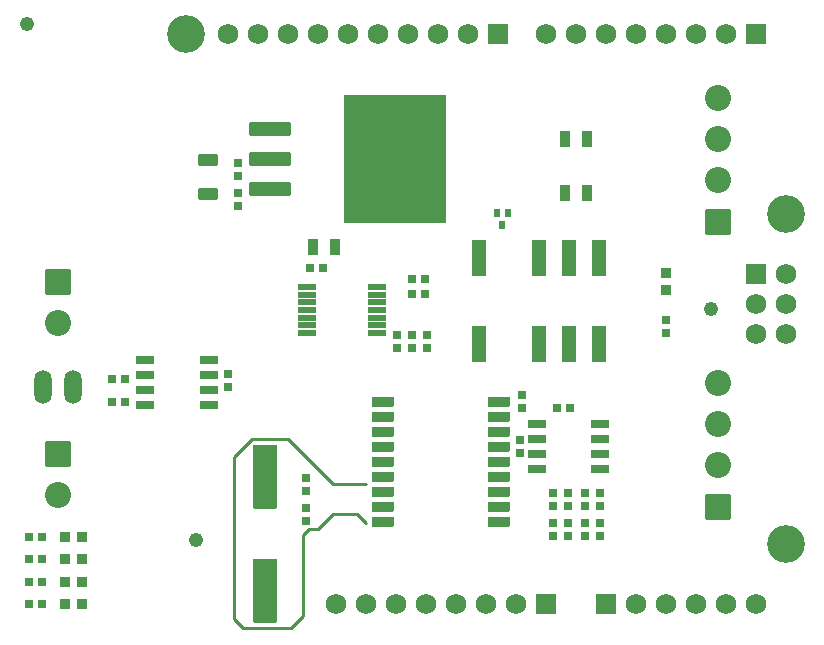
<source format=gbr>
%TF.GenerationSoftware,KiCad,Pcbnew,7.0.7*%
%TF.CreationDate,2023-10-02T21:51:04-04:00*%
%TF.ProjectId,sensor_interface_1.1.0,73656e73-6f72-45f6-996e-746572666163,rev?*%
%TF.SameCoordinates,Original*%
%TF.FileFunction,Soldermask,Top*%
%TF.FilePolarity,Negative*%
%FSLAX46Y46*%
G04 Gerber Fmt 4.6, Leading zero omitted, Abs format (unit mm)*
G04 Created by KiCad (PCBNEW 7.0.7) date 2023-10-02 21:51:04*
%MOMM*%
%LPD*%
G01*
G04 APERTURE LIST*
G04 Aperture macros list*
%AMRoundRect*
0 Rectangle with rounded corners*
0 $1 Rounding radius*
0 $2 $3 $4 $5 $6 $7 $8 $9 X,Y pos of 4 corners*
0 Add a 4 corners polygon primitive as box body*
4,1,4,$2,$3,$4,$5,$6,$7,$8,$9,$2,$3,0*
0 Add four circle primitives for the rounded corners*
1,1,$1+$1,$2,$3*
1,1,$1+$1,$4,$5*
1,1,$1+$1,$6,$7*
1,1,$1+$1,$8,$9*
0 Add four rect primitives between the rounded corners*
20,1,$1+$1,$2,$3,$4,$5,0*
20,1,$1+$1,$4,$5,$6,$7,0*
20,1,$1+$1,$6,$7,$8,$9,0*
20,1,$1+$1,$8,$9,$2,$3,0*%
G04 Aperture macros list end*
%ADD10C,0.254000*%
%ADD11C,3.200400*%
%ADD12RoundRect,0.050800X-0.825500X-0.825500X0.825500X-0.825500X0.825500X0.825500X-0.825500X0.825500X0*%
%ADD13C,1.752600*%
%ADD14RoundRect,0.050800X0.965200X-2.667000X0.965200X2.667000X-0.965200X2.667000X-0.965200X-2.667000X0*%
%ADD15RoundRect,0.050800X0.300000X-0.250000X0.300000X0.250000X-0.300000X0.250000X-0.300000X-0.250000X0*%
%ADD16RoundRect,0.050800X-0.800000X0.450000X-0.800000X-0.450000X0.800000X-0.450000X0.800000X0.450000X0*%
%ADD17RoundRect,0.050800X-0.700000X-0.300000X0.700000X-0.300000X0.700000X0.300000X-0.700000X0.300000X0*%
%ADD18RoundRect,0.050800X0.400000X0.400000X-0.400000X0.400000X-0.400000X-0.400000X0.400000X-0.400000X0*%
%ADD19RoundRect,0.050800X-0.725000X-0.225000X0.725000X-0.225000X0.725000X0.225000X-0.725000X0.225000X0*%
%ADD20RoundRect,0.050800X-0.550000X-1.500000X0.550000X-1.500000X0.550000X1.500000X-0.550000X1.500000X0*%
%ADD21RoundRect,0.622300X0.000000X0.000000X0.000000X0.000000X0.000000X0.000000X0.000000X0.000000X0*%
%ADD22RoundRect,0.050800X-0.250000X-0.300000X0.250000X-0.300000X0.250000X0.300000X-0.250000X0.300000X0*%
%ADD23RoundRect,0.050800X-0.300000X0.250000X-0.300000X-0.250000X0.300000X-0.250000X0.300000X0.250000X0*%
%ADD24RoundRect,0.050800X-0.889000X-0.381000X0.889000X-0.381000X0.889000X0.381000X-0.889000X0.381000X0*%
%ADD25RoundRect,0.050800X-1.050000X1.050000X-1.050000X-1.050000X1.050000X-1.050000X1.050000X1.050000X0*%
%ADD26C,2.201600*%
%ADD27RoundRect,0.050800X-0.400000X0.400000X-0.400000X-0.400000X0.400000X-0.400000X0.400000X0.400000X0*%
%ADD28RoundRect,0.050800X1.050000X-1.050000X1.050000X1.050000X-1.050000X1.050000X-1.050000X-1.050000X0*%
%ADD29RoundRect,0.050800X0.350000X0.650000X-0.350000X0.650000X-0.350000X-0.650000X0.350000X-0.650000X0*%
%ADD30RoundRect,0.108300X0.172500X0.267500X-0.172500X0.267500X-0.172500X-0.267500X0.172500X-0.267500X0*%
%ADD31RoundRect,0.050800X-0.350000X-0.650000X0.350000X-0.650000X0.350000X0.650000X-0.350000X0.650000X0*%
%ADD32RoundRect,0.050800X-1.700000X0.500000X-1.700000X-0.500000X1.700000X-0.500000X1.700000X0.500000X0*%
%ADD33RoundRect,0.050800X-4.300000X5.350000X-4.300000X-5.350000X4.300000X-5.350000X4.300000X5.350000X0*%
%ADD34RoundRect,0.050800X0.250000X0.300000X-0.250000X0.300000X-0.250000X-0.300000X0.250000X-0.300000X0*%
%ADD35O,1.473200X2.844800*%
%ADD36RoundRect,0.050800X0.700000X0.300000X-0.700000X0.300000X-0.700000X-0.300000X0.700000X-0.300000X0*%
G04 APERTURE END LIST*
D10*
X139426750Y-130079950D02*
X138410750Y-131095950D01*
X138156750Y-115093950D02*
X141966750Y-118903950D01*
X134346750Y-131095950D02*
X133584750Y-130333950D01*
X133584750Y-130333950D02*
X133584750Y-116617950D01*
X141966750Y-118903950D02*
X144760750Y-118903950D01*
X138410750Y-131095950D02*
X134346750Y-131095950D01*
X140696750Y-122713950D02*
X139934750Y-122713950D01*
X139934750Y-122713950D02*
X139426750Y-123221950D01*
X135108750Y-115093950D02*
X138156750Y-115093950D01*
X143998750Y-121443950D02*
X141966750Y-121443950D01*
X139426750Y-123221950D02*
X139426750Y-130079950D01*
X144760750Y-122205950D02*
X143998750Y-121443950D01*
X141966750Y-121443950D02*
X140696750Y-122713950D01*
X133584750Y-116617950D02*
X135108750Y-115093950D01*
D11*
%TO.C,JP1*%
X129520750Y-80803950D03*
D12*
X155936750Y-80803950D03*
D13*
X153396750Y-80803950D03*
X150856750Y-80803950D03*
X148316750Y-80803950D03*
X145776750Y-80803950D03*
X143236750Y-80803950D03*
X140696750Y-80803950D03*
X138156750Y-80803950D03*
X135616750Y-80803950D03*
X133076750Y-80803950D03*
%TD*%
D14*
%TO.C,X1*%
X136251750Y-127920950D03*
X136251750Y-118268950D03*
%TD*%
D15*
%TO.C,R12*%
X148697750Y-106288950D03*
X148697750Y-107388950D03*
%TD*%
D16*
%TO.C,C3*%
X131425750Y-94318950D03*
X131425750Y-91418950D03*
%TD*%
D17*
%TO.C,U6*%
X159205750Y-113823950D03*
X159205750Y-115093950D03*
X159205750Y-116363950D03*
X159205750Y-117633950D03*
X164605750Y-117633950D03*
X164605750Y-116363950D03*
X164605750Y-115093950D03*
X164605750Y-113823950D03*
%TD*%
D11*
%TO.C,JP3*%
X180320750Y-96043950D03*
X180320750Y-123983950D03*
D12*
X177780750Y-101123950D03*
D13*
X177780750Y-103663950D03*
X177780750Y-106203950D03*
X180320750Y-106203950D03*
X180320750Y-103663950D03*
X180320750Y-101123950D03*
%TD*%
D18*
%TO.C,D5*%
X119245750Y-129063950D03*
X120745750Y-129063950D03*
%TD*%
D15*
%TO.C,R1*%
X170160750Y-105018950D03*
X170160750Y-106118950D03*
%TD*%
D19*
%TO.C,U5*%
X139778750Y-102221950D03*
X139778750Y-102871950D03*
X139778750Y-103521950D03*
X139778750Y-104171950D03*
X139778750Y-104821950D03*
X139778750Y-105471950D03*
X139778750Y-106121950D03*
X145678750Y-106121950D03*
X145678750Y-105471950D03*
X145678750Y-104821950D03*
X145678750Y-104171950D03*
X145678750Y-103521950D03*
X145678750Y-102871950D03*
X145678750Y-102221950D03*
%TD*%
D20*
%TO.C,RELAY1*%
X154312750Y-107054950D03*
X159392750Y-107054950D03*
X161932750Y-107054950D03*
X164472750Y-107054950D03*
X164472750Y-99764950D03*
X161932750Y-99764950D03*
X159392750Y-99764950D03*
X154312750Y-99764950D03*
%TD*%
D15*
%TO.C,R16*%
X161905750Y-119623950D03*
X161905750Y-120723950D03*
%TD*%
D21*
%TO.C,TP2*%
X173970750Y-104044950D03*
%TD*%
D12*
%TO.C,JP4*%
X165080750Y-129063950D03*
D13*
X167620750Y-129063950D03*
X170160750Y-129063950D03*
X172700750Y-129063950D03*
X175240750Y-129063950D03*
X177780750Y-129063950D03*
%TD*%
D22*
%TO.C,R3*%
X149755750Y-101504950D03*
X148655750Y-101504950D03*
%TD*%
D15*
%TO.C,R22*%
X164572750Y-122163950D03*
X164572750Y-123263950D03*
%TD*%
D22*
%TO.C,C8*%
X162074750Y-112426950D03*
X160974750Y-112426950D03*
%TD*%
D23*
%TO.C,C1*%
X133965750Y-92783950D03*
X133965750Y-91683950D03*
%TD*%
%TO.C,R11*%
X149967750Y-107388950D03*
X149967750Y-106288950D03*
%TD*%
D24*
%TO.C,U2*%
X146195850Y-111918950D03*
X146195850Y-113188950D03*
X146195850Y-114458950D03*
X146195850Y-115728950D03*
X146195850Y-116998950D03*
X146195850Y-118268950D03*
X146195850Y-119538950D03*
X146195850Y-120808950D03*
X146195850Y-122078950D03*
X156025650Y-122078950D03*
X156025650Y-120808950D03*
X156025650Y-119538950D03*
X156025650Y-118268950D03*
X156025650Y-116998950D03*
X156025650Y-115728950D03*
X156025650Y-114458950D03*
X156025650Y-113188950D03*
X156025650Y-111918950D03*
%TD*%
D22*
%TO.C,R14*%
X124355750Y-111918950D03*
X123255750Y-111918950D03*
%TD*%
D15*
%TO.C,R21*%
X163302750Y-122163950D03*
X163302750Y-123263950D03*
%TD*%
D25*
%TO.C,CON2*%
X118725750Y-116363950D03*
D26*
X118725750Y-119863950D03*
%TD*%
D22*
%TO.C,R7*%
X117370750Y-129063950D03*
X116270750Y-129063950D03*
%TD*%
%TO.C,R10*%
X149755750Y-102774950D03*
X148655750Y-102774950D03*
%TD*%
D27*
%TO.C,D1*%
X170160750Y-102508950D03*
X170160750Y-101008950D03*
%TD*%
D18*
%TO.C,D3*%
X119245750Y-125253950D03*
X120745750Y-125253950D03*
%TD*%
D28*
%TO.C,CON3*%
X174605750Y-120808950D03*
D26*
X174605750Y-117308950D03*
X174605750Y-113808950D03*
X174605750Y-110308950D03*
%TD*%
D18*
%TO.C,D2*%
X119245750Y-123348950D03*
X120745750Y-123348950D03*
%TD*%
D29*
%TO.C,C5*%
X140254750Y-98837950D03*
X142154750Y-98837950D03*
%TD*%
D15*
%TO.C,R8*%
X133965750Y-94223950D03*
X133965750Y-95323950D03*
%TD*%
%TO.C,C6*%
X133076750Y-109590950D03*
X133076750Y-110690950D03*
%TD*%
D23*
%TO.C,C7*%
X139680750Y-119453950D03*
X139680750Y-118353950D03*
%TD*%
D15*
%TO.C,R2*%
X157968750Y-111368950D03*
X157968750Y-112468950D03*
%TD*%
%TO.C,C4*%
X139680750Y-120893950D03*
X139680750Y-121993950D03*
%TD*%
D22*
%TO.C,R5*%
X117370750Y-125253950D03*
X116270750Y-125253950D03*
%TD*%
D15*
%TO.C,R23*%
X157841750Y-115178950D03*
X157841750Y-116278950D03*
%TD*%
D22*
%TO.C,R13*%
X124355750Y-110013950D03*
X123255750Y-110013950D03*
%TD*%
D13*
%TO.C,JP5*%
X142220750Y-129063950D03*
X144760750Y-129063950D03*
X147300750Y-129063950D03*
X149840750Y-129063950D03*
X152380750Y-129063950D03*
X154920750Y-129063950D03*
X157460750Y-129063950D03*
D12*
X160000750Y-129063950D03*
%TD*%
D15*
%TO.C,R9*%
X147427750Y-106288950D03*
X147427750Y-107388950D03*
%TD*%
%TO.C,R20*%
X164572750Y-119623950D03*
X164572750Y-120723950D03*
%TD*%
D12*
%TO.C,JP2*%
X177780750Y-80803950D03*
D13*
X175240750Y-80803950D03*
X172700750Y-80803950D03*
X170160750Y-80803950D03*
X167620750Y-80803950D03*
X165080750Y-80803950D03*
X162540750Y-80803950D03*
X160000750Y-80803950D03*
%TD*%
D15*
%TO.C,R18*%
X161905750Y-122163950D03*
X161905750Y-123263950D03*
%TD*%
D18*
%TO.C,D4*%
X119245750Y-127158950D03*
X120745750Y-127158950D03*
%TD*%
D30*
%TO.C,Q1*%
X156817750Y-95916950D03*
X155817750Y-95916950D03*
X156317750Y-96966950D03*
%TD*%
D22*
%TO.C,R6*%
X117370750Y-127158950D03*
X116270750Y-127158950D03*
%TD*%
D31*
%TO.C,C9*%
X163490750Y-94265950D03*
X161590750Y-94265950D03*
%TD*%
D28*
%TO.C,CON4*%
X174605750Y-96678950D03*
D26*
X174605750Y-93178950D03*
X174605750Y-89678950D03*
X174605750Y-86178950D03*
%TD*%
D21*
%TO.C,TP3*%
X116058750Y-79914950D03*
%TD*%
D15*
%TO.C,R19*%
X163302750Y-119623950D03*
X163302750Y-120723950D03*
%TD*%
D25*
%TO.C,CON1*%
X118725750Y-101758950D03*
D26*
X118725750Y-105258950D03*
%TD*%
D15*
%TO.C,R15*%
X160635750Y-119623950D03*
X160635750Y-120723950D03*
%TD*%
D32*
%TO.C,U4*%
X136632750Y-88804950D03*
X136632750Y-91344950D03*
X136632750Y-93884950D03*
D33*
X147232750Y-91344950D03*
%TD*%
D21*
%TO.C,TP1*%
X130409750Y-123602950D03*
%TD*%
D22*
%TO.C,R4*%
X117370750Y-123348950D03*
X116270750Y-123348950D03*
%TD*%
D34*
%TO.C,C2*%
X140019750Y-100615950D03*
X141119750Y-100615950D03*
%TD*%
D35*
%TO.C,JP6*%
X117455750Y-110648950D03*
X119995750Y-110648950D03*
%TD*%
D15*
%TO.C,R17*%
X160635750Y-122163950D03*
X160635750Y-123263950D03*
%TD*%
D31*
%TO.C,C10*%
X163490750Y-89693950D03*
X161590750Y-89693950D03*
%TD*%
D36*
%TO.C,U1*%
X131458750Y-112172950D03*
X131458750Y-110902950D03*
X131458750Y-109632950D03*
X131458750Y-108362950D03*
X126058750Y-108362950D03*
X126058750Y-109632950D03*
X126058750Y-110902950D03*
X126058750Y-112172950D03*
%TD*%
M02*

</source>
